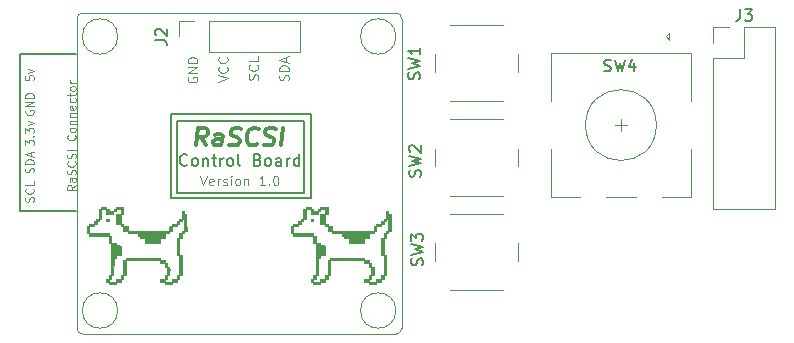
<source format=gto>
G04 #@! TF.GenerationSoftware,KiCad,Pcbnew,(5.1.12)-1*
G04 #@! TF.CreationDate,2021-12-15T14:48:57-06:00*
G04 #@! TF.ProjectId,ctrl_board,6374726c-5f62-46f6-9172-642e6b696361,rev?*
G04 #@! TF.SameCoordinates,Original*
G04 #@! TF.FileFunction,Legend,Top*
G04 #@! TF.FilePolarity,Positive*
%FSLAX46Y46*%
G04 Gerber Fmt 4.6, Leading zero omitted, Abs format (unit mm)*
G04 Created by KiCad (PCBNEW (5.1.12)-1) date 2021-12-15 14:48:57*
%MOMM*%
%LPD*%
G01*
G04 APERTURE LIST*
%ADD10C,0.150000*%
%ADD11C,0.100000*%
%ADD12C,0.350000*%
%ADD13C,0.010000*%
%ADD14C,0.120000*%
%ADD15C,2.000000*%
%ADD16R,1.700000X1.700000*%
%ADD17O,1.700000X1.700000*%
%ADD18R,2.000000X2.000000*%
%ADD19R,2.000000X3.200000*%
%ADD20C,2.700000*%
G04 APERTURE END LIST*
D10*
X200600000Y-116800000D02*
X205400000Y-116800000D01*
X200600000Y-103500000D02*
X200600000Y-116800000D01*
X205400000Y-103500000D02*
X200600000Y-103500000D01*
D11*
X205316666Y-114583333D02*
X204983333Y-114816666D01*
X205316666Y-114983333D02*
X204616666Y-114983333D01*
X204616666Y-114716666D01*
X204650000Y-114650000D01*
X204683333Y-114616666D01*
X204750000Y-114583333D01*
X204850000Y-114583333D01*
X204916666Y-114616666D01*
X204950000Y-114650000D01*
X204983333Y-114716666D01*
X204983333Y-114983333D01*
X205316666Y-113983333D02*
X204950000Y-113983333D01*
X204883333Y-114016666D01*
X204850000Y-114083333D01*
X204850000Y-114216666D01*
X204883333Y-114283333D01*
X205283333Y-113983333D02*
X205316666Y-114050000D01*
X205316666Y-114216666D01*
X205283333Y-114283333D01*
X205216666Y-114316666D01*
X205150000Y-114316666D01*
X205083333Y-114283333D01*
X205050000Y-114216666D01*
X205050000Y-114050000D01*
X205016666Y-113983333D01*
X205283333Y-113683333D02*
X205316666Y-113583333D01*
X205316666Y-113416666D01*
X205283333Y-113350000D01*
X205250000Y-113316666D01*
X205183333Y-113283333D01*
X205116666Y-113283333D01*
X205050000Y-113316666D01*
X205016666Y-113350000D01*
X204983333Y-113416666D01*
X204950000Y-113550000D01*
X204916666Y-113616666D01*
X204883333Y-113650000D01*
X204816666Y-113683333D01*
X204750000Y-113683333D01*
X204683333Y-113650000D01*
X204650000Y-113616666D01*
X204616666Y-113550000D01*
X204616666Y-113383333D01*
X204650000Y-113283333D01*
X205250000Y-112583333D02*
X205283333Y-112616666D01*
X205316666Y-112716666D01*
X205316666Y-112783333D01*
X205283333Y-112883333D01*
X205216666Y-112950000D01*
X205150000Y-112983333D01*
X205016666Y-113016666D01*
X204916666Y-113016666D01*
X204783333Y-112983333D01*
X204716666Y-112950000D01*
X204650000Y-112883333D01*
X204616666Y-112783333D01*
X204616666Y-112716666D01*
X204650000Y-112616666D01*
X204683333Y-112583333D01*
X205283333Y-112316666D02*
X205316666Y-112216666D01*
X205316666Y-112050000D01*
X205283333Y-111983333D01*
X205250000Y-111950000D01*
X205183333Y-111916666D01*
X205116666Y-111916666D01*
X205050000Y-111950000D01*
X205016666Y-111983333D01*
X204983333Y-112050000D01*
X204950000Y-112183333D01*
X204916666Y-112250000D01*
X204883333Y-112283333D01*
X204816666Y-112316666D01*
X204750000Y-112316666D01*
X204683333Y-112283333D01*
X204650000Y-112250000D01*
X204616666Y-112183333D01*
X204616666Y-112016666D01*
X204650000Y-111916666D01*
X205316666Y-111616666D02*
X204616666Y-111616666D01*
X205250000Y-110350000D02*
X205283333Y-110383333D01*
X205316666Y-110483333D01*
X205316666Y-110550000D01*
X205283333Y-110650000D01*
X205216666Y-110716666D01*
X205150000Y-110750000D01*
X205016666Y-110783333D01*
X204916666Y-110783333D01*
X204783333Y-110750000D01*
X204716666Y-110716666D01*
X204650000Y-110650000D01*
X204616666Y-110550000D01*
X204616666Y-110483333D01*
X204650000Y-110383333D01*
X204683333Y-110350000D01*
X205316666Y-109950000D02*
X205283333Y-110016666D01*
X205250000Y-110050000D01*
X205183333Y-110083333D01*
X204983333Y-110083333D01*
X204916666Y-110050000D01*
X204883333Y-110016666D01*
X204850000Y-109950000D01*
X204850000Y-109850000D01*
X204883333Y-109783333D01*
X204916666Y-109750000D01*
X204983333Y-109716666D01*
X205183333Y-109716666D01*
X205250000Y-109750000D01*
X205283333Y-109783333D01*
X205316666Y-109850000D01*
X205316666Y-109950000D01*
X204850000Y-109416666D02*
X205316666Y-109416666D01*
X204916666Y-109416666D02*
X204883333Y-109383333D01*
X204850000Y-109316666D01*
X204850000Y-109216666D01*
X204883333Y-109150000D01*
X204950000Y-109116666D01*
X205316666Y-109116666D01*
X204850000Y-108783333D02*
X205316666Y-108783333D01*
X204916666Y-108783333D02*
X204883333Y-108750000D01*
X204850000Y-108683333D01*
X204850000Y-108583333D01*
X204883333Y-108516666D01*
X204950000Y-108483333D01*
X205316666Y-108483333D01*
X205283333Y-107883333D02*
X205316666Y-107950000D01*
X205316666Y-108083333D01*
X205283333Y-108150000D01*
X205216666Y-108183333D01*
X204950000Y-108183333D01*
X204883333Y-108150000D01*
X204850000Y-108083333D01*
X204850000Y-107950000D01*
X204883333Y-107883333D01*
X204950000Y-107850000D01*
X205016666Y-107850000D01*
X205083333Y-108183333D01*
X205283333Y-107250000D02*
X205316666Y-107316666D01*
X205316666Y-107450000D01*
X205283333Y-107516666D01*
X205250000Y-107550000D01*
X205183333Y-107583333D01*
X204983333Y-107583333D01*
X204916666Y-107550000D01*
X204883333Y-107516666D01*
X204850000Y-107450000D01*
X204850000Y-107316666D01*
X204883333Y-107250000D01*
X204850000Y-107050000D02*
X204850000Y-106783333D01*
X204616666Y-106950000D02*
X205216666Y-106950000D01*
X205283333Y-106916666D01*
X205316666Y-106850000D01*
X205316666Y-106783333D01*
X205316666Y-106450000D02*
X205283333Y-106516666D01*
X205250000Y-106550000D01*
X205183333Y-106583333D01*
X204983333Y-106583333D01*
X204916666Y-106550000D01*
X204883333Y-106516666D01*
X204850000Y-106450000D01*
X204850000Y-106350000D01*
X204883333Y-106283333D01*
X204916666Y-106250000D01*
X204983333Y-106216666D01*
X205183333Y-106216666D01*
X205250000Y-106250000D01*
X205283333Y-106283333D01*
X205316666Y-106350000D01*
X205316666Y-106450000D01*
X205316666Y-105916666D02*
X204850000Y-105916666D01*
X204983333Y-105916666D02*
X204916666Y-105883333D01*
X204883333Y-105850000D01*
X204850000Y-105783333D01*
X204850000Y-105716666D01*
X201743833Y-115971833D02*
X201777166Y-115871833D01*
X201777166Y-115705166D01*
X201743833Y-115638500D01*
X201710500Y-115605166D01*
X201643833Y-115571833D01*
X201577166Y-115571833D01*
X201510500Y-115605166D01*
X201477166Y-115638500D01*
X201443833Y-115705166D01*
X201410500Y-115838500D01*
X201377166Y-115905166D01*
X201343833Y-115938500D01*
X201277166Y-115971833D01*
X201210500Y-115971833D01*
X201143833Y-115938500D01*
X201110500Y-115905166D01*
X201077166Y-115838500D01*
X201077166Y-115671833D01*
X201110500Y-115571833D01*
X201710500Y-114871833D02*
X201743833Y-114905166D01*
X201777166Y-115005166D01*
X201777166Y-115071833D01*
X201743833Y-115171833D01*
X201677166Y-115238500D01*
X201610500Y-115271833D01*
X201477166Y-115305166D01*
X201377166Y-115305166D01*
X201243833Y-115271833D01*
X201177166Y-115238500D01*
X201110500Y-115171833D01*
X201077166Y-115071833D01*
X201077166Y-115005166D01*
X201110500Y-114905166D01*
X201143833Y-114871833D01*
X201777166Y-114238500D02*
X201777166Y-114571833D01*
X201077166Y-114571833D01*
X201743833Y-113512000D02*
X201777166Y-113412000D01*
X201777166Y-113245333D01*
X201743833Y-113178666D01*
X201710500Y-113145333D01*
X201643833Y-113112000D01*
X201577166Y-113112000D01*
X201510500Y-113145333D01*
X201477166Y-113178666D01*
X201443833Y-113245333D01*
X201410500Y-113378666D01*
X201377166Y-113445333D01*
X201343833Y-113478666D01*
X201277166Y-113512000D01*
X201210500Y-113512000D01*
X201143833Y-113478666D01*
X201110500Y-113445333D01*
X201077166Y-113378666D01*
X201077166Y-113212000D01*
X201110500Y-113112000D01*
X201777166Y-112812000D02*
X201077166Y-112812000D01*
X201077166Y-112645333D01*
X201110500Y-112545333D01*
X201177166Y-112478666D01*
X201243833Y-112445333D01*
X201377166Y-112412000D01*
X201477166Y-112412000D01*
X201610500Y-112445333D01*
X201677166Y-112478666D01*
X201743833Y-112545333D01*
X201777166Y-112645333D01*
X201777166Y-112812000D01*
X201577166Y-112145333D02*
X201577166Y-111812000D01*
X201777166Y-112212000D02*
X201077166Y-111978666D01*
X201777166Y-111745333D01*
X201077166Y-111185500D02*
X201077166Y-110752166D01*
X201343833Y-110985500D01*
X201343833Y-110885500D01*
X201377166Y-110818833D01*
X201410500Y-110785500D01*
X201477166Y-110752166D01*
X201643833Y-110752166D01*
X201710500Y-110785500D01*
X201743833Y-110818833D01*
X201777166Y-110885500D01*
X201777166Y-111085500D01*
X201743833Y-111152166D01*
X201710500Y-111185500D01*
X201710500Y-110452166D02*
X201743833Y-110418833D01*
X201777166Y-110452166D01*
X201743833Y-110485500D01*
X201710500Y-110452166D01*
X201777166Y-110452166D01*
X201077166Y-110185500D02*
X201077166Y-109752166D01*
X201343833Y-109985500D01*
X201343833Y-109885500D01*
X201377166Y-109818833D01*
X201410500Y-109785500D01*
X201477166Y-109752166D01*
X201643833Y-109752166D01*
X201710500Y-109785500D01*
X201743833Y-109818833D01*
X201777166Y-109885500D01*
X201777166Y-110085500D01*
X201743833Y-110152166D01*
X201710500Y-110185500D01*
X201310500Y-109518833D02*
X201777166Y-109352166D01*
X201310500Y-109185500D01*
X201110500Y-108242333D02*
X201077166Y-108309000D01*
X201077166Y-108409000D01*
X201110500Y-108509000D01*
X201177166Y-108575666D01*
X201243833Y-108609000D01*
X201377166Y-108642333D01*
X201477166Y-108642333D01*
X201610500Y-108609000D01*
X201677166Y-108575666D01*
X201743833Y-108509000D01*
X201777166Y-108409000D01*
X201777166Y-108342333D01*
X201743833Y-108242333D01*
X201710500Y-108209000D01*
X201477166Y-108209000D01*
X201477166Y-108342333D01*
X201777166Y-107909000D02*
X201077166Y-107909000D01*
X201777166Y-107509000D01*
X201077166Y-107509000D01*
X201777166Y-107175666D02*
X201077166Y-107175666D01*
X201077166Y-107009000D01*
X201110500Y-106909000D01*
X201177166Y-106842333D01*
X201243833Y-106809000D01*
X201377166Y-106775666D01*
X201477166Y-106775666D01*
X201610500Y-106809000D01*
X201677166Y-106842333D01*
X201743833Y-106909000D01*
X201777166Y-107009000D01*
X201777166Y-107175666D01*
X201077166Y-105332500D02*
X201077166Y-105665833D01*
X201410500Y-105699166D01*
X201377166Y-105665833D01*
X201343833Y-105599166D01*
X201343833Y-105432500D01*
X201377166Y-105365833D01*
X201410500Y-105332500D01*
X201477166Y-105299166D01*
X201643833Y-105299166D01*
X201710500Y-105332500D01*
X201743833Y-105365833D01*
X201777166Y-105432500D01*
X201777166Y-105599166D01*
X201743833Y-105665833D01*
X201710500Y-105699166D01*
X201310500Y-105065833D02*
X201777166Y-104899166D01*
X201310500Y-104732500D01*
D10*
X213384500Y-108580500D02*
X213384500Y-115692500D01*
X225259000Y-108580500D02*
X213384500Y-108580500D01*
X225259000Y-115692500D02*
X225259000Y-108580500D01*
X213384500Y-115692500D02*
X225259000Y-115692500D01*
D11*
X215874119Y-113793904D02*
X216140785Y-114593904D01*
X216407452Y-113793904D01*
X216978880Y-114555809D02*
X216902690Y-114593904D01*
X216750309Y-114593904D01*
X216674119Y-114555809D01*
X216636023Y-114479619D01*
X216636023Y-114174857D01*
X216674119Y-114098666D01*
X216750309Y-114060571D01*
X216902690Y-114060571D01*
X216978880Y-114098666D01*
X217016976Y-114174857D01*
X217016976Y-114251047D01*
X216636023Y-114327238D01*
X217359833Y-114593904D02*
X217359833Y-114060571D01*
X217359833Y-114212952D02*
X217397928Y-114136761D01*
X217436023Y-114098666D01*
X217512214Y-114060571D01*
X217588404Y-114060571D01*
X217816976Y-114555809D02*
X217893166Y-114593904D01*
X218045547Y-114593904D01*
X218121738Y-114555809D01*
X218159833Y-114479619D01*
X218159833Y-114441523D01*
X218121738Y-114365333D01*
X218045547Y-114327238D01*
X217931261Y-114327238D01*
X217855071Y-114289142D01*
X217816976Y-114212952D01*
X217816976Y-114174857D01*
X217855071Y-114098666D01*
X217931261Y-114060571D01*
X218045547Y-114060571D01*
X218121738Y-114098666D01*
X218502690Y-114593904D02*
X218502690Y-114060571D01*
X218502690Y-113793904D02*
X218464595Y-113832000D01*
X218502690Y-113870095D01*
X218540785Y-113832000D01*
X218502690Y-113793904D01*
X218502690Y-113870095D01*
X218997928Y-114593904D02*
X218921738Y-114555809D01*
X218883642Y-114517714D01*
X218845547Y-114441523D01*
X218845547Y-114212952D01*
X218883642Y-114136761D01*
X218921738Y-114098666D01*
X218997928Y-114060571D01*
X219112214Y-114060571D01*
X219188404Y-114098666D01*
X219226500Y-114136761D01*
X219264595Y-114212952D01*
X219264595Y-114441523D01*
X219226500Y-114517714D01*
X219188404Y-114555809D01*
X219112214Y-114593904D01*
X218997928Y-114593904D01*
X219607452Y-114060571D02*
X219607452Y-114593904D01*
X219607452Y-114136761D02*
X219645547Y-114098666D01*
X219721738Y-114060571D01*
X219836023Y-114060571D01*
X219912214Y-114098666D01*
X219950309Y-114174857D01*
X219950309Y-114593904D01*
X221359833Y-114593904D02*
X220902690Y-114593904D01*
X221131261Y-114593904D02*
X221131261Y-113793904D01*
X221055071Y-113908190D01*
X220978880Y-113984380D01*
X220902690Y-114022476D01*
X221702690Y-114517714D02*
X221740785Y-114555809D01*
X221702690Y-114593904D01*
X221664595Y-114555809D01*
X221702690Y-114517714D01*
X221702690Y-114593904D01*
X222236023Y-113793904D02*
X222312214Y-113793904D01*
X222388404Y-113832000D01*
X222426500Y-113870095D01*
X222464595Y-113946285D01*
X222502690Y-114098666D01*
X222502690Y-114289142D01*
X222464595Y-114441523D01*
X222426500Y-114517714D01*
X222388404Y-114555809D01*
X222312214Y-114593904D01*
X222236023Y-114593904D01*
X222159833Y-114555809D01*
X222121738Y-114517714D01*
X222083642Y-114441523D01*
X222045547Y-114289142D01*
X222045547Y-114098666D01*
X222083642Y-113946285D01*
X222121738Y-113870095D01*
X222159833Y-113832000D01*
X222236023Y-113793904D01*
D10*
X213890500Y-109152000D02*
X213890500Y-115248000D01*
X224687500Y-109152000D02*
X213892500Y-109152000D01*
X224687500Y-115248000D02*
X224687500Y-109152000D01*
X213892500Y-115248000D02*
X224687500Y-115248000D01*
X214774119Y-112874642D02*
X214726500Y-112922261D01*
X214583642Y-112969880D01*
X214488404Y-112969880D01*
X214345547Y-112922261D01*
X214250309Y-112827023D01*
X214202690Y-112731785D01*
X214155071Y-112541309D01*
X214155071Y-112398452D01*
X214202690Y-112207976D01*
X214250309Y-112112738D01*
X214345547Y-112017500D01*
X214488404Y-111969880D01*
X214583642Y-111969880D01*
X214726500Y-112017500D01*
X214774119Y-112065119D01*
X215345547Y-112969880D02*
X215250309Y-112922261D01*
X215202690Y-112874642D01*
X215155071Y-112779404D01*
X215155071Y-112493690D01*
X215202690Y-112398452D01*
X215250309Y-112350833D01*
X215345547Y-112303214D01*
X215488404Y-112303214D01*
X215583642Y-112350833D01*
X215631261Y-112398452D01*
X215678880Y-112493690D01*
X215678880Y-112779404D01*
X215631261Y-112874642D01*
X215583642Y-112922261D01*
X215488404Y-112969880D01*
X215345547Y-112969880D01*
X216107452Y-112303214D02*
X216107452Y-112969880D01*
X216107452Y-112398452D02*
X216155071Y-112350833D01*
X216250309Y-112303214D01*
X216393166Y-112303214D01*
X216488404Y-112350833D01*
X216536023Y-112446071D01*
X216536023Y-112969880D01*
X216869357Y-112303214D02*
X217250309Y-112303214D01*
X217012214Y-111969880D02*
X217012214Y-112827023D01*
X217059833Y-112922261D01*
X217155071Y-112969880D01*
X217250309Y-112969880D01*
X217583642Y-112969880D02*
X217583642Y-112303214D01*
X217583642Y-112493690D02*
X217631261Y-112398452D01*
X217678880Y-112350833D01*
X217774119Y-112303214D01*
X217869357Y-112303214D01*
X218345547Y-112969880D02*
X218250309Y-112922261D01*
X218202690Y-112874642D01*
X218155071Y-112779404D01*
X218155071Y-112493690D01*
X218202690Y-112398452D01*
X218250309Y-112350833D01*
X218345547Y-112303214D01*
X218488404Y-112303214D01*
X218583642Y-112350833D01*
X218631261Y-112398452D01*
X218678880Y-112493690D01*
X218678880Y-112779404D01*
X218631261Y-112874642D01*
X218583642Y-112922261D01*
X218488404Y-112969880D01*
X218345547Y-112969880D01*
X219250309Y-112969880D02*
X219155071Y-112922261D01*
X219107452Y-112827023D01*
X219107452Y-111969880D01*
X220726500Y-112446071D02*
X220869357Y-112493690D01*
X220916976Y-112541309D01*
X220964595Y-112636547D01*
X220964595Y-112779404D01*
X220916976Y-112874642D01*
X220869357Y-112922261D01*
X220774119Y-112969880D01*
X220393166Y-112969880D01*
X220393166Y-111969880D01*
X220726500Y-111969880D01*
X220821738Y-112017500D01*
X220869357Y-112065119D01*
X220916976Y-112160357D01*
X220916976Y-112255595D01*
X220869357Y-112350833D01*
X220821738Y-112398452D01*
X220726500Y-112446071D01*
X220393166Y-112446071D01*
X221536023Y-112969880D02*
X221440785Y-112922261D01*
X221393166Y-112874642D01*
X221345547Y-112779404D01*
X221345547Y-112493690D01*
X221393166Y-112398452D01*
X221440785Y-112350833D01*
X221536023Y-112303214D01*
X221678880Y-112303214D01*
X221774119Y-112350833D01*
X221821738Y-112398452D01*
X221869357Y-112493690D01*
X221869357Y-112779404D01*
X221821738Y-112874642D01*
X221774119Y-112922261D01*
X221678880Y-112969880D01*
X221536023Y-112969880D01*
X222726500Y-112969880D02*
X222726500Y-112446071D01*
X222678880Y-112350833D01*
X222583642Y-112303214D01*
X222393166Y-112303214D01*
X222297928Y-112350833D01*
X222726500Y-112922261D02*
X222631261Y-112969880D01*
X222393166Y-112969880D01*
X222297928Y-112922261D01*
X222250309Y-112827023D01*
X222250309Y-112731785D01*
X222297928Y-112636547D01*
X222393166Y-112588928D01*
X222631261Y-112588928D01*
X222726500Y-112541309D01*
X223202690Y-112969880D02*
X223202690Y-112303214D01*
X223202690Y-112493690D02*
X223250309Y-112398452D01*
X223297928Y-112350833D01*
X223393166Y-112303214D01*
X223488404Y-112303214D01*
X224250309Y-112969880D02*
X224250309Y-111969880D01*
X224250309Y-112922261D02*
X224155071Y-112969880D01*
X223964595Y-112969880D01*
X223869357Y-112922261D01*
X223821738Y-112874642D01*
X223774119Y-112779404D01*
X223774119Y-112493690D01*
X223821738Y-112398452D01*
X223869357Y-112350833D01*
X223964595Y-112303214D01*
X224155071Y-112303214D01*
X224250309Y-112350833D01*
D12*
X216379866Y-111227571D02*
X215969151Y-110513285D01*
X215522723Y-111227571D02*
X215710223Y-109727571D01*
X216281651Y-109727571D01*
X216415580Y-109799000D01*
X216478080Y-109870428D01*
X216531651Y-110013285D01*
X216504866Y-110227571D01*
X216415580Y-110370428D01*
X216335223Y-110441857D01*
X216183437Y-110513285D01*
X215612008Y-110513285D01*
X217665580Y-111227571D02*
X217763794Y-110441857D01*
X217710223Y-110299000D01*
X217576294Y-110227571D01*
X217290580Y-110227571D01*
X217138794Y-110299000D01*
X217674508Y-111156142D02*
X217522723Y-111227571D01*
X217165580Y-111227571D01*
X217031651Y-111156142D01*
X216978080Y-111013285D01*
X216995937Y-110870428D01*
X217085223Y-110727571D01*
X217237008Y-110656142D01*
X217594151Y-110656142D01*
X217745937Y-110584714D01*
X218317366Y-111156142D02*
X218522723Y-111227571D01*
X218879866Y-111227571D01*
X219031651Y-111156142D01*
X219112008Y-111084714D01*
X219201294Y-110941857D01*
X219219151Y-110799000D01*
X219165580Y-110656142D01*
X219103080Y-110584714D01*
X218969151Y-110513285D01*
X218692366Y-110441857D01*
X218558437Y-110370428D01*
X218495937Y-110299000D01*
X218442366Y-110156142D01*
X218460223Y-110013285D01*
X218549508Y-109870428D01*
X218629866Y-109799000D01*
X218781651Y-109727571D01*
X219138794Y-109727571D01*
X219344151Y-109799000D01*
X220683437Y-111084714D02*
X220603080Y-111156142D01*
X220379866Y-111227571D01*
X220237008Y-111227571D01*
X220031651Y-111156142D01*
X219906651Y-111013285D01*
X219853080Y-110870428D01*
X219817366Y-110584714D01*
X219844151Y-110370428D01*
X219951294Y-110084714D01*
X220040580Y-109941857D01*
X220201294Y-109799000D01*
X220424508Y-109727571D01*
X220567366Y-109727571D01*
X220772723Y-109799000D01*
X220835223Y-109870428D01*
X221245937Y-111156142D02*
X221451294Y-111227571D01*
X221808437Y-111227571D01*
X221960223Y-111156142D01*
X222040580Y-111084714D01*
X222129866Y-110941857D01*
X222147723Y-110799000D01*
X222094151Y-110656142D01*
X222031651Y-110584714D01*
X221897723Y-110513285D01*
X221620937Y-110441857D01*
X221487008Y-110370428D01*
X221424508Y-110299000D01*
X221370937Y-110156142D01*
X221388794Y-110013285D01*
X221478080Y-109870428D01*
X221558437Y-109799000D01*
X221710223Y-109727571D01*
X222067366Y-109727571D01*
X222272723Y-109799000D01*
X222737008Y-111227571D02*
X222924508Y-109727571D01*
D13*
G36*
X225429333Y-117634134D02*
G01*
X225226133Y-117634134D01*
X225226133Y-117430934D01*
X225429333Y-117430934D01*
X225429333Y-117634134D01*
G37*
X225429333Y-117634134D02*
X225226133Y-117634134D01*
X225226133Y-117430934D01*
X225429333Y-117430934D01*
X225429333Y-117634134D01*
G36*
X226462267Y-118040534D02*
G01*
X226462267Y-117855310D01*
X226254833Y-117850555D01*
X226047400Y-117845801D01*
X226042871Y-117426700D01*
X226038342Y-117007601D01*
X226462267Y-117007601D01*
X226462267Y-117854267D01*
X226665467Y-117854267D01*
X226665467Y-118040534D01*
X226462267Y-118040534D01*
G37*
X226462267Y-118040534D02*
X226462267Y-117855310D01*
X226254833Y-117850555D01*
X226047400Y-117845801D01*
X226042871Y-117426700D01*
X226038342Y-117007601D01*
X226462267Y-117007601D01*
X226462267Y-117854267D01*
X226665467Y-117854267D01*
X226665467Y-118040534D01*
X226462267Y-118040534D01*
G36*
X226462267Y-116601201D02*
G01*
X226038933Y-116601201D01*
X226038933Y-116398001D01*
X226665467Y-116398001D01*
X226665467Y-117007601D01*
X226462267Y-117007601D01*
X226462267Y-116601201D01*
G37*
X226462267Y-116601201D02*
X226038933Y-116601201D01*
X226038933Y-116398001D01*
X226665467Y-116398001D01*
X226665467Y-117007601D01*
X226462267Y-117007601D01*
X226462267Y-116601201D01*
G36*
X224193200Y-118040534D02*
G01*
X223769867Y-118040534D01*
X223769867Y-117854267D01*
X224193200Y-117854267D01*
X224193200Y-118040534D01*
G37*
X224193200Y-118040534D02*
X223769867Y-118040534D01*
X223769867Y-117854267D01*
X224193200Y-117854267D01*
X224193200Y-118040534D01*
G36*
X223769867Y-118667067D02*
G01*
X223566667Y-118667067D01*
X223566667Y-118040534D01*
X223769867Y-118040534D01*
X223769867Y-118667067D01*
G37*
X223769867Y-118667067D02*
X223566667Y-118667067D01*
X223566667Y-118040534D01*
X223769867Y-118040534D01*
X223769867Y-118667067D01*
G36*
X225429333Y-118667067D02*
G01*
X225429333Y-118868651D01*
X225535166Y-118873692D01*
X225641000Y-118878734D01*
X225645624Y-119179301D01*
X225650248Y-119479867D01*
X226037317Y-119479867D01*
X226042358Y-119585701D01*
X226047400Y-119691534D01*
X226254833Y-119696288D01*
X226462267Y-119701043D01*
X226462267Y-120512800D01*
X226038933Y-120512800D01*
X226038933Y-120716001D01*
X225836097Y-120716001D01*
X225827267Y-122163801D01*
X225738367Y-122168919D01*
X225649466Y-122174037D01*
X225649466Y-122561734D01*
X225429333Y-122561734D01*
X225429333Y-122172267D01*
X225649466Y-122172267D01*
X225649466Y-119481483D01*
X225437800Y-119471401D01*
X225428552Y-118870267D01*
X223769867Y-118870267D01*
X223769867Y-118667067D01*
X225429333Y-118667067D01*
G37*
X225429333Y-118667067D02*
X225429333Y-118868651D01*
X225535166Y-118873692D01*
X225641000Y-118878734D01*
X225645624Y-119179301D01*
X225650248Y-119479867D01*
X226037317Y-119479867D01*
X226042358Y-119585701D01*
X226047400Y-119691534D01*
X226254833Y-119696288D01*
X226462267Y-119701043D01*
X226462267Y-120512800D01*
X226038933Y-120512800D01*
X226038933Y-120716001D01*
X225836097Y-120716001D01*
X225827267Y-122163801D01*
X225738367Y-122168919D01*
X225649466Y-122174037D01*
X225649466Y-122561734D01*
X225429333Y-122561734D01*
X225429333Y-122172267D01*
X225649466Y-122172267D01*
X225649466Y-119481483D01*
X225437800Y-119471401D01*
X225428552Y-118870267D01*
X223769867Y-118870267D01*
X223769867Y-118667067D01*
X225429333Y-118667067D01*
G36*
X225429333Y-122764934D02*
G01*
X225226133Y-122764934D01*
X225226133Y-122561734D01*
X225429333Y-122561734D01*
X225429333Y-122764934D01*
G37*
X225429333Y-122764934D02*
X225226133Y-122764934D01*
X225226133Y-122561734D01*
X225429333Y-122561734D01*
X225429333Y-122764934D01*
G36*
X226038933Y-122764934D02*
G01*
X226038933Y-122561734D01*
X226462267Y-122561734D01*
X226462267Y-122764934D01*
X226040549Y-122764934D01*
X226030467Y-122976600D01*
X225741575Y-122981220D01*
X225645887Y-122982087D01*
X225562196Y-122981587D01*
X225496287Y-122979857D01*
X225453945Y-122977033D01*
X225441008Y-122974164D01*
X225434702Y-122952101D01*
X225430463Y-122907102D01*
X225429333Y-122863712D01*
X225429333Y-122764934D01*
X226038933Y-122764934D01*
G37*
X226038933Y-122764934D02*
X226038933Y-122561734D01*
X226462267Y-122561734D01*
X226462267Y-122764934D01*
X226040549Y-122764934D01*
X226030467Y-122976600D01*
X225741575Y-122981220D01*
X225645887Y-122982087D01*
X225562196Y-122981587D01*
X225496287Y-122979857D01*
X225453945Y-122977033D01*
X225441008Y-122974164D01*
X225434702Y-122952101D01*
X225430463Y-122907102D01*
X225429333Y-122863712D01*
X225429333Y-122764934D01*
X226038933Y-122764934D01*
G36*
X226462267Y-122172267D02*
G01*
X226665467Y-122172267D01*
X226665467Y-122561734D01*
X226462267Y-122561734D01*
X226462267Y-122172267D01*
G37*
X226462267Y-122172267D02*
X226665467Y-122172267D01*
X226665467Y-122561734D01*
X226462267Y-122561734D01*
X226462267Y-122172267D01*
G36*
X226665467Y-120919201D02*
G01*
X226866976Y-120919201D01*
X226872055Y-120821834D01*
X226877133Y-120724467D01*
X229747333Y-120715809D01*
X229747333Y-120918158D01*
X229954767Y-120922913D01*
X230162200Y-120927667D01*
X230167241Y-121033501D01*
X230172283Y-121139334D01*
X230356933Y-121139334D01*
X230356933Y-121528801D01*
X230170666Y-121528801D01*
X230170666Y-121139334D01*
X229747333Y-121139334D01*
X229747333Y-120919201D01*
X226868666Y-120919201D01*
X226868666Y-122172267D01*
X226665467Y-122172267D01*
X226665467Y-120919201D01*
G37*
X226665467Y-120919201D02*
X226866976Y-120919201D01*
X226872055Y-120821834D01*
X226877133Y-120724467D01*
X229747333Y-120715809D01*
X229747333Y-120918158D01*
X229954767Y-120922913D01*
X230162200Y-120927667D01*
X230167241Y-121033501D01*
X230172283Y-121139334D01*
X230356933Y-121139334D01*
X230356933Y-121528801D01*
X230170666Y-121528801D01*
X230170666Y-121139334D01*
X229747333Y-121139334D01*
X229747333Y-120919201D01*
X226868666Y-120919201D01*
X226868666Y-122172267D01*
X226665467Y-122172267D01*
X226665467Y-120919201D01*
G36*
X227071866Y-118040534D02*
G01*
X227071866Y-118446934D01*
X226665467Y-118446934D01*
X226665467Y-118040534D01*
X227071866Y-118040534D01*
G37*
X227071866Y-118040534D02*
X227071866Y-118446934D01*
X226665467Y-118446934D01*
X226665467Y-118040534D01*
X227071866Y-118040534D01*
G36*
X231796266Y-118667067D02*
G01*
X231593066Y-118667067D01*
X231593066Y-118446934D01*
X231796266Y-118446934D01*
X231796266Y-118667067D01*
G37*
X231796266Y-118667067D02*
X231593066Y-118667067D01*
X231593066Y-118446934D01*
X231796266Y-118446934D01*
X231796266Y-118667067D01*
G36*
X231593066Y-119056534D02*
G01*
X231406800Y-119056534D01*
X231406800Y-118667067D01*
X231593066Y-118667067D01*
X231593066Y-119056534D01*
G37*
X231593066Y-119056534D02*
X231406800Y-119056534D01*
X231406800Y-118667067D01*
X231593066Y-118667067D01*
X231593066Y-119056534D01*
G36*
X231406800Y-120512800D02*
G01*
X231203600Y-120512800D01*
X231203600Y-119056534D01*
X231406800Y-119056534D01*
X231406800Y-120512800D01*
G37*
X231406800Y-120512800D02*
X231203600Y-120512800D01*
X231203600Y-119056534D01*
X231406800Y-119056534D01*
X231406800Y-120512800D01*
G36*
X231593066Y-120512800D02*
G01*
X231593066Y-122172267D01*
X231406800Y-122172267D01*
X231406800Y-120512800D01*
X231593066Y-120512800D01*
G37*
X231593066Y-120512800D02*
X231593066Y-122172267D01*
X231406800Y-122172267D01*
X231406800Y-120512800D01*
X231593066Y-120512800D01*
G36*
X231406800Y-122561734D02*
G01*
X231203600Y-122561734D01*
X231203600Y-122172267D01*
X231406800Y-122172267D01*
X231406800Y-122561734D01*
G37*
X231406800Y-122561734D02*
X231203600Y-122561734D01*
X231203600Y-122172267D01*
X231406800Y-122172267D01*
X231406800Y-122561734D01*
G36*
X231203600Y-122764934D02*
G01*
X230781883Y-122764934D01*
X230776841Y-122870767D01*
X230771800Y-122976600D01*
X230179133Y-122976600D01*
X230174092Y-122870767D01*
X230169050Y-122764934D01*
X229747333Y-122764934D01*
X229747333Y-122561734D01*
X230170666Y-122561734D01*
X230170666Y-122764934D01*
X230780266Y-122764934D01*
X230780266Y-122561734D01*
X231203600Y-122561734D01*
X231203600Y-122764934D01*
G37*
X231203600Y-122764934D02*
X230781883Y-122764934D01*
X230776841Y-122870767D01*
X230771800Y-122976600D01*
X230179133Y-122976600D01*
X230174092Y-122870767D01*
X230169050Y-122764934D01*
X229747333Y-122764934D01*
X229747333Y-122561734D01*
X230170666Y-122561734D01*
X230170666Y-122764934D01*
X230780266Y-122764934D01*
X230780266Y-122561734D01*
X231203600Y-122561734D01*
X231203600Y-122764934D01*
G36*
X230170666Y-122172267D02*
G01*
X230356933Y-122172267D01*
X230356933Y-121528801D01*
X230445833Y-121529060D01*
X230500604Y-121531687D01*
X230542756Y-121538114D01*
X230556303Y-121543008D01*
X230564365Y-121556604D01*
X230569937Y-121587999D01*
X230573218Y-121640950D01*
X230574409Y-121719218D01*
X230573711Y-121826561D01*
X230573236Y-121860249D01*
X230568600Y-122163801D01*
X230462766Y-122168842D01*
X230356933Y-122173883D01*
X230356933Y-122561734D01*
X230170666Y-122561734D01*
X230170666Y-122172267D01*
G37*
X230170666Y-122172267D02*
X230356933Y-122172267D01*
X230356933Y-121528801D01*
X230445833Y-121529060D01*
X230500604Y-121531687D01*
X230542756Y-121538114D01*
X230556303Y-121543008D01*
X230564365Y-121556604D01*
X230569937Y-121587999D01*
X230573218Y-121640950D01*
X230574409Y-121719218D01*
X230573711Y-121826561D01*
X230573236Y-121860249D01*
X230568600Y-122163801D01*
X230462766Y-122168842D01*
X230356933Y-122173883D01*
X230356933Y-122561734D01*
X230170666Y-122561734D01*
X230170666Y-122172267D01*
G36*
X224193200Y-117634134D02*
G01*
X224404866Y-117634196D01*
X224393392Y-117430934D01*
X224616533Y-117430934D01*
X224616533Y-116601201D01*
X224802800Y-116601201D01*
X224802800Y-116398001D01*
X225226133Y-116398001D01*
X225226133Y-116601201D01*
X224803402Y-116601201D01*
X224798868Y-117011834D01*
X224794333Y-117422467D01*
X224705433Y-117427585D01*
X224616533Y-117432704D01*
X224616533Y-117632518D01*
X224510700Y-117637559D01*
X224404866Y-117642601D01*
X224394784Y-117854267D01*
X224193200Y-117854267D01*
X224193200Y-117634134D01*
G37*
X224193200Y-117634134D02*
X224404866Y-117634196D01*
X224393392Y-117430934D01*
X224616533Y-117430934D01*
X224616533Y-116601201D01*
X224802800Y-116601201D01*
X224802800Y-116398001D01*
X225226133Y-116398001D01*
X225226133Y-116601201D01*
X224803402Y-116601201D01*
X224798868Y-117011834D01*
X224794333Y-117422467D01*
X224705433Y-117427585D01*
X224616533Y-117432704D01*
X224616533Y-117632518D01*
X224510700Y-117637559D01*
X224404866Y-117642601D01*
X224394784Y-117854267D01*
X224193200Y-117854267D01*
X224193200Y-117634134D01*
G36*
X226038933Y-116787467D02*
G01*
X225837349Y-116787467D01*
X225832308Y-116893300D01*
X225827267Y-116999134D01*
X225226133Y-117008382D01*
X225226133Y-116601201D01*
X225429333Y-116601201D01*
X225429333Y-116787467D01*
X225835733Y-116787467D01*
X225835733Y-116601201D01*
X226038933Y-116601201D01*
X226038933Y-116787467D01*
G37*
X226038933Y-116787467D02*
X225837349Y-116787467D01*
X225832308Y-116893300D01*
X225827267Y-116999134D01*
X225226133Y-117008382D01*
X225226133Y-116601201D01*
X225429333Y-116601201D01*
X225429333Y-116787467D01*
X225835733Y-116787467D01*
X225835733Y-116601201D01*
X226038933Y-116601201D01*
X226038933Y-116787467D01*
G36*
X231796266Y-117430934D02*
G01*
X231593066Y-117430934D01*
X231593066Y-117634134D01*
X231408416Y-117634134D01*
X231403375Y-117739967D01*
X231398333Y-117845801D01*
X231301823Y-117850853D01*
X231205313Y-117855906D01*
X231200223Y-117943987D01*
X231195133Y-118032067D01*
X230987700Y-118036822D01*
X230780266Y-118041576D01*
X230780266Y-118446934D01*
X230568600Y-118446872D01*
X230568600Y-118658601D01*
X230369633Y-118663371D01*
X230170666Y-118668142D01*
X230170666Y-119055491D01*
X229755800Y-119065001D01*
X229751045Y-119272434D01*
X229746291Y-119479867D01*
X228511200Y-119479867D01*
X228511200Y-119056534D01*
X228087867Y-119056534D01*
X228087867Y-118870267D01*
X227901600Y-118870267D01*
X227901600Y-118667067D01*
X227071866Y-118667067D01*
X227071866Y-118447092D01*
X228820233Y-118442780D01*
X230568600Y-118438467D01*
X230573371Y-118239500D01*
X230578141Y-118040534D01*
X230780266Y-118040534D01*
X230780266Y-117854267D01*
X231203600Y-117854267D01*
X231203600Y-117634134D01*
X231406800Y-117634134D01*
X231406800Y-117430934D01*
X231592319Y-117430934D01*
X231601533Y-116795934D01*
X231698071Y-116790880D01*
X231794608Y-116785827D01*
X231799671Y-116892480D01*
X231804733Y-116999134D01*
X231906333Y-117007601D01*
X232007933Y-117016067D01*
X232012350Y-117731501D01*
X232016767Y-118446934D01*
X231796266Y-118446934D01*
X231796266Y-117430934D01*
G37*
X231796266Y-117430934D02*
X231593066Y-117430934D01*
X231593066Y-117634134D01*
X231408416Y-117634134D01*
X231403375Y-117739967D01*
X231398333Y-117845801D01*
X231301823Y-117850853D01*
X231205313Y-117855906D01*
X231200223Y-117943987D01*
X231195133Y-118032067D01*
X230987700Y-118036822D01*
X230780266Y-118041576D01*
X230780266Y-118446934D01*
X230568600Y-118446872D01*
X230568600Y-118658601D01*
X230369633Y-118663371D01*
X230170666Y-118668142D01*
X230170666Y-119055491D01*
X229755800Y-119065001D01*
X229751045Y-119272434D01*
X229746291Y-119479867D01*
X228511200Y-119479867D01*
X228511200Y-119056534D01*
X228087867Y-119056534D01*
X228087867Y-118870267D01*
X227901600Y-118870267D01*
X227901600Y-118667067D01*
X227071866Y-118667067D01*
X227071866Y-118447092D01*
X228820233Y-118442780D01*
X230568600Y-118438467D01*
X230573371Y-118239500D01*
X230578141Y-118040534D01*
X230780266Y-118040534D01*
X230780266Y-117854267D01*
X231203600Y-117854267D01*
X231203600Y-117634134D01*
X231406800Y-117634134D01*
X231406800Y-117430934D01*
X231592319Y-117430934D01*
X231601533Y-116795934D01*
X231698071Y-116790880D01*
X231794608Y-116785827D01*
X231799671Y-116892480D01*
X231804733Y-116999134D01*
X231906333Y-117007601D01*
X232007933Y-117016067D01*
X232012350Y-117731501D01*
X232016767Y-118446934D01*
X231796266Y-118446934D01*
X231796266Y-117430934D01*
G36*
X208129333Y-117634134D02*
G01*
X207926133Y-117634134D01*
X207926133Y-117430934D01*
X208129333Y-117430934D01*
X208129333Y-117634134D01*
G37*
X208129333Y-117634134D02*
X207926133Y-117634134D01*
X207926133Y-117430934D01*
X208129333Y-117430934D01*
X208129333Y-117634134D01*
G36*
X209162267Y-118040534D02*
G01*
X209162267Y-117855310D01*
X208954833Y-117850555D01*
X208747400Y-117845801D01*
X208742871Y-117426700D01*
X208738342Y-117007601D01*
X209162267Y-117007601D01*
X209162267Y-117854267D01*
X209365467Y-117854267D01*
X209365467Y-118040534D01*
X209162267Y-118040534D01*
G37*
X209162267Y-118040534D02*
X209162267Y-117855310D01*
X208954833Y-117850555D01*
X208747400Y-117845801D01*
X208742871Y-117426700D01*
X208738342Y-117007601D01*
X209162267Y-117007601D01*
X209162267Y-117854267D01*
X209365467Y-117854267D01*
X209365467Y-118040534D01*
X209162267Y-118040534D01*
G36*
X209162267Y-116601201D02*
G01*
X208738933Y-116601201D01*
X208738933Y-116398001D01*
X209365467Y-116398001D01*
X209365467Y-117007601D01*
X209162267Y-117007601D01*
X209162267Y-116601201D01*
G37*
X209162267Y-116601201D02*
X208738933Y-116601201D01*
X208738933Y-116398001D01*
X209365467Y-116398001D01*
X209365467Y-117007601D01*
X209162267Y-117007601D01*
X209162267Y-116601201D01*
G36*
X206893200Y-118040534D02*
G01*
X206469867Y-118040534D01*
X206469867Y-117854267D01*
X206893200Y-117854267D01*
X206893200Y-118040534D01*
G37*
X206893200Y-118040534D02*
X206469867Y-118040534D01*
X206469867Y-117854267D01*
X206893200Y-117854267D01*
X206893200Y-118040534D01*
G36*
X206469867Y-118667067D02*
G01*
X206266667Y-118667067D01*
X206266667Y-118040534D01*
X206469867Y-118040534D01*
X206469867Y-118667067D01*
G37*
X206469867Y-118667067D02*
X206266667Y-118667067D01*
X206266667Y-118040534D01*
X206469867Y-118040534D01*
X206469867Y-118667067D01*
G36*
X208129333Y-118667067D02*
G01*
X208129333Y-118868651D01*
X208235166Y-118873692D01*
X208341000Y-118878734D01*
X208345624Y-119179301D01*
X208350248Y-119479867D01*
X208737317Y-119479867D01*
X208742358Y-119585701D01*
X208747400Y-119691534D01*
X208954833Y-119696288D01*
X209162267Y-119701043D01*
X209162267Y-120512800D01*
X208738933Y-120512800D01*
X208738933Y-120716001D01*
X208536097Y-120716001D01*
X208527267Y-122163801D01*
X208438367Y-122168919D01*
X208349466Y-122174037D01*
X208349466Y-122561734D01*
X208129333Y-122561734D01*
X208129333Y-122172267D01*
X208349466Y-122172267D01*
X208349466Y-119481483D01*
X208137800Y-119471401D01*
X208128552Y-118870267D01*
X206469867Y-118870267D01*
X206469867Y-118667067D01*
X208129333Y-118667067D01*
G37*
X208129333Y-118667067D02*
X208129333Y-118868651D01*
X208235166Y-118873692D01*
X208341000Y-118878734D01*
X208345624Y-119179301D01*
X208350248Y-119479867D01*
X208737317Y-119479867D01*
X208742358Y-119585701D01*
X208747400Y-119691534D01*
X208954833Y-119696288D01*
X209162267Y-119701043D01*
X209162267Y-120512800D01*
X208738933Y-120512800D01*
X208738933Y-120716001D01*
X208536097Y-120716001D01*
X208527267Y-122163801D01*
X208438367Y-122168919D01*
X208349466Y-122174037D01*
X208349466Y-122561734D01*
X208129333Y-122561734D01*
X208129333Y-122172267D01*
X208349466Y-122172267D01*
X208349466Y-119481483D01*
X208137800Y-119471401D01*
X208128552Y-118870267D01*
X206469867Y-118870267D01*
X206469867Y-118667067D01*
X208129333Y-118667067D01*
G36*
X208129333Y-122764934D02*
G01*
X207926133Y-122764934D01*
X207926133Y-122561734D01*
X208129333Y-122561734D01*
X208129333Y-122764934D01*
G37*
X208129333Y-122764934D02*
X207926133Y-122764934D01*
X207926133Y-122561734D01*
X208129333Y-122561734D01*
X208129333Y-122764934D01*
G36*
X208738933Y-122764934D02*
G01*
X208738933Y-122561734D01*
X209162267Y-122561734D01*
X209162267Y-122764934D01*
X208740549Y-122764934D01*
X208730467Y-122976600D01*
X208441575Y-122981220D01*
X208345887Y-122982087D01*
X208262196Y-122981587D01*
X208196287Y-122979857D01*
X208153945Y-122977033D01*
X208141008Y-122974164D01*
X208134702Y-122952101D01*
X208130463Y-122907102D01*
X208129333Y-122863712D01*
X208129333Y-122764934D01*
X208738933Y-122764934D01*
G37*
X208738933Y-122764934D02*
X208738933Y-122561734D01*
X209162267Y-122561734D01*
X209162267Y-122764934D01*
X208740549Y-122764934D01*
X208730467Y-122976600D01*
X208441575Y-122981220D01*
X208345887Y-122982087D01*
X208262196Y-122981587D01*
X208196287Y-122979857D01*
X208153945Y-122977033D01*
X208141008Y-122974164D01*
X208134702Y-122952101D01*
X208130463Y-122907102D01*
X208129333Y-122863712D01*
X208129333Y-122764934D01*
X208738933Y-122764934D01*
G36*
X209162267Y-122172267D02*
G01*
X209365467Y-122172267D01*
X209365467Y-122561734D01*
X209162267Y-122561734D01*
X209162267Y-122172267D01*
G37*
X209162267Y-122172267D02*
X209365467Y-122172267D01*
X209365467Y-122561734D01*
X209162267Y-122561734D01*
X209162267Y-122172267D01*
G36*
X209365467Y-120919201D02*
G01*
X209566976Y-120919201D01*
X209572055Y-120821834D01*
X209577133Y-120724467D01*
X212447333Y-120715809D01*
X212447333Y-120918158D01*
X212654767Y-120922913D01*
X212862200Y-120927667D01*
X212867241Y-121033501D01*
X212872283Y-121139334D01*
X213056933Y-121139334D01*
X213056933Y-121528801D01*
X212870666Y-121528801D01*
X212870666Y-121139334D01*
X212447333Y-121139334D01*
X212447333Y-120919201D01*
X209568666Y-120919201D01*
X209568666Y-122172267D01*
X209365467Y-122172267D01*
X209365467Y-120919201D01*
G37*
X209365467Y-120919201D02*
X209566976Y-120919201D01*
X209572055Y-120821834D01*
X209577133Y-120724467D01*
X212447333Y-120715809D01*
X212447333Y-120918158D01*
X212654767Y-120922913D01*
X212862200Y-120927667D01*
X212867241Y-121033501D01*
X212872283Y-121139334D01*
X213056933Y-121139334D01*
X213056933Y-121528801D01*
X212870666Y-121528801D01*
X212870666Y-121139334D01*
X212447333Y-121139334D01*
X212447333Y-120919201D01*
X209568666Y-120919201D01*
X209568666Y-122172267D01*
X209365467Y-122172267D01*
X209365467Y-120919201D01*
G36*
X209771866Y-118040534D02*
G01*
X209771866Y-118446934D01*
X209365467Y-118446934D01*
X209365467Y-118040534D01*
X209771866Y-118040534D01*
G37*
X209771866Y-118040534D02*
X209771866Y-118446934D01*
X209365467Y-118446934D01*
X209365467Y-118040534D01*
X209771866Y-118040534D01*
G36*
X214496266Y-118667067D02*
G01*
X214293066Y-118667067D01*
X214293066Y-118446934D01*
X214496266Y-118446934D01*
X214496266Y-118667067D01*
G37*
X214496266Y-118667067D02*
X214293066Y-118667067D01*
X214293066Y-118446934D01*
X214496266Y-118446934D01*
X214496266Y-118667067D01*
G36*
X214293066Y-119056534D02*
G01*
X214106800Y-119056534D01*
X214106800Y-118667067D01*
X214293066Y-118667067D01*
X214293066Y-119056534D01*
G37*
X214293066Y-119056534D02*
X214106800Y-119056534D01*
X214106800Y-118667067D01*
X214293066Y-118667067D01*
X214293066Y-119056534D01*
G36*
X214106800Y-120512800D02*
G01*
X213903600Y-120512800D01*
X213903600Y-119056534D01*
X214106800Y-119056534D01*
X214106800Y-120512800D01*
G37*
X214106800Y-120512800D02*
X213903600Y-120512800D01*
X213903600Y-119056534D01*
X214106800Y-119056534D01*
X214106800Y-120512800D01*
G36*
X214293066Y-120512800D02*
G01*
X214293066Y-122172267D01*
X214106800Y-122172267D01*
X214106800Y-120512800D01*
X214293066Y-120512800D01*
G37*
X214293066Y-120512800D02*
X214293066Y-122172267D01*
X214106800Y-122172267D01*
X214106800Y-120512800D01*
X214293066Y-120512800D01*
G36*
X214106800Y-122561734D02*
G01*
X213903600Y-122561734D01*
X213903600Y-122172267D01*
X214106800Y-122172267D01*
X214106800Y-122561734D01*
G37*
X214106800Y-122561734D02*
X213903600Y-122561734D01*
X213903600Y-122172267D01*
X214106800Y-122172267D01*
X214106800Y-122561734D01*
G36*
X213903600Y-122764934D02*
G01*
X213481883Y-122764934D01*
X213476841Y-122870767D01*
X213471800Y-122976600D01*
X212879133Y-122976600D01*
X212874092Y-122870767D01*
X212869050Y-122764934D01*
X212447333Y-122764934D01*
X212447333Y-122561734D01*
X212870666Y-122561734D01*
X212870666Y-122764934D01*
X213480266Y-122764934D01*
X213480266Y-122561734D01*
X213903600Y-122561734D01*
X213903600Y-122764934D01*
G37*
X213903600Y-122764934D02*
X213481883Y-122764934D01*
X213476841Y-122870767D01*
X213471800Y-122976600D01*
X212879133Y-122976600D01*
X212874092Y-122870767D01*
X212869050Y-122764934D01*
X212447333Y-122764934D01*
X212447333Y-122561734D01*
X212870666Y-122561734D01*
X212870666Y-122764934D01*
X213480266Y-122764934D01*
X213480266Y-122561734D01*
X213903600Y-122561734D01*
X213903600Y-122764934D01*
G36*
X212870666Y-122172267D02*
G01*
X213056933Y-122172267D01*
X213056933Y-121528801D01*
X213145833Y-121529060D01*
X213200604Y-121531687D01*
X213242756Y-121538114D01*
X213256303Y-121543008D01*
X213264365Y-121556604D01*
X213269937Y-121587999D01*
X213273218Y-121640950D01*
X213274409Y-121719218D01*
X213273711Y-121826561D01*
X213273236Y-121860249D01*
X213268600Y-122163801D01*
X213162766Y-122168842D01*
X213056933Y-122173883D01*
X213056933Y-122561734D01*
X212870666Y-122561734D01*
X212870666Y-122172267D01*
G37*
X212870666Y-122172267D02*
X213056933Y-122172267D01*
X213056933Y-121528801D01*
X213145833Y-121529060D01*
X213200604Y-121531687D01*
X213242756Y-121538114D01*
X213256303Y-121543008D01*
X213264365Y-121556604D01*
X213269937Y-121587999D01*
X213273218Y-121640950D01*
X213274409Y-121719218D01*
X213273711Y-121826561D01*
X213273236Y-121860249D01*
X213268600Y-122163801D01*
X213162766Y-122168842D01*
X213056933Y-122173883D01*
X213056933Y-122561734D01*
X212870666Y-122561734D01*
X212870666Y-122172267D01*
G36*
X206893200Y-117634134D02*
G01*
X207104866Y-117634196D01*
X207093392Y-117430934D01*
X207316533Y-117430934D01*
X207316533Y-116601201D01*
X207502800Y-116601201D01*
X207502800Y-116398001D01*
X207926133Y-116398001D01*
X207926133Y-116601201D01*
X207503402Y-116601201D01*
X207498868Y-117011834D01*
X207494333Y-117422467D01*
X207405433Y-117427585D01*
X207316533Y-117432704D01*
X207316533Y-117632518D01*
X207210700Y-117637559D01*
X207104866Y-117642601D01*
X207094784Y-117854267D01*
X206893200Y-117854267D01*
X206893200Y-117634134D01*
G37*
X206893200Y-117634134D02*
X207104866Y-117634196D01*
X207093392Y-117430934D01*
X207316533Y-117430934D01*
X207316533Y-116601201D01*
X207502800Y-116601201D01*
X207502800Y-116398001D01*
X207926133Y-116398001D01*
X207926133Y-116601201D01*
X207503402Y-116601201D01*
X207498868Y-117011834D01*
X207494333Y-117422467D01*
X207405433Y-117427585D01*
X207316533Y-117432704D01*
X207316533Y-117632518D01*
X207210700Y-117637559D01*
X207104866Y-117642601D01*
X207094784Y-117854267D01*
X206893200Y-117854267D01*
X206893200Y-117634134D01*
G36*
X208738933Y-116787467D02*
G01*
X208537349Y-116787467D01*
X208532308Y-116893300D01*
X208527267Y-116999134D01*
X207926133Y-117008382D01*
X207926133Y-116601201D01*
X208129333Y-116601201D01*
X208129333Y-116787467D01*
X208535733Y-116787467D01*
X208535733Y-116601201D01*
X208738933Y-116601201D01*
X208738933Y-116787467D01*
G37*
X208738933Y-116787467D02*
X208537349Y-116787467D01*
X208532308Y-116893300D01*
X208527267Y-116999134D01*
X207926133Y-117008382D01*
X207926133Y-116601201D01*
X208129333Y-116601201D01*
X208129333Y-116787467D01*
X208535733Y-116787467D01*
X208535733Y-116601201D01*
X208738933Y-116601201D01*
X208738933Y-116787467D01*
G36*
X214496266Y-117430934D02*
G01*
X214293066Y-117430934D01*
X214293066Y-117634134D01*
X214108416Y-117634134D01*
X214103375Y-117739967D01*
X214098333Y-117845801D01*
X214001823Y-117850853D01*
X213905313Y-117855906D01*
X213900223Y-117943987D01*
X213895133Y-118032067D01*
X213687700Y-118036822D01*
X213480266Y-118041576D01*
X213480266Y-118446934D01*
X213268600Y-118446872D01*
X213268600Y-118658601D01*
X213069633Y-118663371D01*
X212870666Y-118668142D01*
X212870666Y-119055491D01*
X212455800Y-119065001D01*
X212451045Y-119272434D01*
X212446291Y-119479867D01*
X211211200Y-119479867D01*
X211211200Y-119056534D01*
X210787867Y-119056534D01*
X210787867Y-118870267D01*
X210601600Y-118870267D01*
X210601600Y-118667067D01*
X209771866Y-118667067D01*
X209771866Y-118447092D01*
X211520233Y-118442780D01*
X213268600Y-118438467D01*
X213273371Y-118239500D01*
X213278141Y-118040534D01*
X213480266Y-118040534D01*
X213480266Y-117854267D01*
X213903600Y-117854267D01*
X213903600Y-117634134D01*
X214106800Y-117634134D01*
X214106800Y-117430934D01*
X214292319Y-117430934D01*
X214301533Y-116795934D01*
X214398071Y-116790880D01*
X214494608Y-116785827D01*
X214499671Y-116892480D01*
X214504733Y-116999134D01*
X214606333Y-117007601D01*
X214707933Y-117016067D01*
X214712350Y-117731501D01*
X214716767Y-118446934D01*
X214496266Y-118446934D01*
X214496266Y-117430934D01*
G37*
X214496266Y-117430934D02*
X214293066Y-117430934D01*
X214293066Y-117634134D01*
X214108416Y-117634134D01*
X214103375Y-117739967D01*
X214098333Y-117845801D01*
X214001823Y-117850853D01*
X213905313Y-117855906D01*
X213900223Y-117943987D01*
X213895133Y-118032067D01*
X213687700Y-118036822D01*
X213480266Y-118041576D01*
X213480266Y-118446934D01*
X213268600Y-118446872D01*
X213268600Y-118658601D01*
X213069633Y-118663371D01*
X212870666Y-118668142D01*
X212870666Y-119055491D01*
X212455800Y-119065001D01*
X212451045Y-119272434D01*
X212446291Y-119479867D01*
X211211200Y-119479867D01*
X211211200Y-119056534D01*
X210787867Y-119056534D01*
X210787867Y-118870267D01*
X210601600Y-118870267D01*
X210601600Y-118667067D01*
X209771866Y-118667067D01*
X209771866Y-118447092D01*
X211520233Y-118442780D01*
X213268600Y-118438467D01*
X213273371Y-118239500D01*
X213278141Y-118040534D01*
X213480266Y-118040534D01*
X213480266Y-117854267D01*
X213903600Y-117854267D01*
X213903600Y-117634134D01*
X214106800Y-117634134D01*
X214106800Y-117430934D01*
X214292319Y-117430934D01*
X214301533Y-116795934D01*
X214398071Y-116790880D01*
X214494608Y-116785827D01*
X214499671Y-116892480D01*
X214504733Y-116999134D01*
X214606333Y-117007601D01*
X214707933Y-117016067D01*
X214712350Y-117731501D01*
X214716767Y-118446934D01*
X214496266Y-118446934D01*
X214496266Y-117430934D01*
D14*
X208890000Y-102000000D02*
G75*
G03*
X208890000Y-102000000I-1500000J0D01*
G01*
X208890000Y-125200000D02*
G75*
G03*
X208890000Y-125200000I-1500000J0D01*
G01*
X232440000Y-125200000D02*
G75*
G03*
X232440000Y-125200000I-1500000J0D01*
G01*
X232440000Y-102000000D02*
G75*
G03*
X232440000Y-102000000I-1500000J0D01*
G01*
X205440000Y-126700000D02*
X205440000Y-100476000D01*
X232461500Y-127200000D02*
X205940000Y-127200000D01*
X232940000Y-100500000D02*
X232940000Y-126701500D01*
X232461500Y-100000000D02*
X205940000Y-100000000D01*
X214050000Y-102000000D02*
X214050000Y-100670000D01*
X214050000Y-100670000D02*
X215380000Y-100670000D01*
X216650000Y-100670000D02*
X224330000Y-100670000D01*
X224330000Y-103330000D02*
X224330000Y-100670000D01*
X216650000Y-103330000D02*
X224330000Y-103330000D01*
X216650000Y-103330000D02*
X216650000Y-100670000D01*
X205440000Y-100500000D02*
G75*
G02*
X205940000Y-100000000I500000J0D01*
G01*
X232440000Y-100000000D02*
G75*
G02*
X232940000Y-100500000I0J-500000D01*
G01*
X232940000Y-126700000D02*
G75*
G02*
X232440000Y-127200000I-500000J0D01*
G01*
X205940000Y-127200000D02*
G75*
G02*
X205440000Y-126700000I0J500000D01*
G01*
X259312500Y-101235500D02*
X260642500Y-101235500D01*
X259312500Y-102565500D02*
X259312500Y-101235500D01*
X261912500Y-101235500D02*
X264512500Y-101235500D01*
X261912500Y-103835500D02*
X261912500Y-101235500D01*
X259312500Y-103835500D02*
X261912500Y-103835500D01*
X264512500Y-101235500D02*
X264512500Y-116595500D01*
X259312500Y-103835500D02*
X259312500Y-116595500D01*
X259312500Y-116595500D02*
X264512500Y-116595500D01*
X251500000Y-109000000D02*
X251500000Y-110000000D01*
X252000000Y-109500000D02*
X251000000Y-109500000D01*
X248000000Y-115600000D02*
X245600000Y-115600000D01*
X252800000Y-115600000D02*
X250200000Y-115600000D01*
X257400000Y-115600000D02*
X255000000Y-115600000D01*
X255600000Y-102300000D02*
X255300000Y-102000000D01*
X255600000Y-101700000D02*
X255600000Y-102300000D01*
X255300000Y-102000000D02*
X255600000Y-101700000D01*
X257400000Y-103400000D02*
X245600000Y-103400000D01*
X257400000Y-107500000D02*
X257400000Y-103400000D01*
X245600000Y-107500000D02*
X245600000Y-103400000D01*
X245600000Y-115600000D02*
X245600000Y-111500000D01*
X257400000Y-111500000D02*
X257400000Y-115600000D01*
X254500000Y-109500000D02*
G75*
G03*
X254500000Y-109500000I-3000000J0D01*
G01*
X237000000Y-123500000D02*
X241500000Y-123500000D01*
X235750000Y-119500000D02*
X235750000Y-121000000D01*
X241500000Y-117000000D02*
X237000000Y-117000000D01*
X242750000Y-121000000D02*
X242750000Y-119500000D01*
X237000000Y-115500000D02*
X241500000Y-115500000D01*
X235750000Y-111500000D02*
X235750000Y-113000000D01*
X241500000Y-109000000D02*
X237000000Y-109000000D01*
X242750000Y-113000000D02*
X242750000Y-111500000D01*
X237000000Y-107500000D02*
X241500000Y-107500000D01*
X235750000Y-103500000D02*
X235750000Y-105000000D01*
X241500000Y-101000000D02*
X237000000Y-101000000D01*
X242750000Y-105000000D02*
X242750000Y-103500000D01*
D10*
X212062380Y-102333333D02*
X212776666Y-102333333D01*
X212919523Y-102380952D01*
X213014761Y-102476190D01*
X213062380Y-102619047D01*
X213062380Y-102714285D01*
X212157619Y-101904761D02*
X212110000Y-101857142D01*
X212062380Y-101761904D01*
X212062380Y-101523809D01*
X212110000Y-101428571D01*
X212157619Y-101380952D01*
X212252857Y-101333333D01*
X212348095Y-101333333D01*
X212490952Y-101380952D01*
X213062380Y-101952380D01*
X213062380Y-101333333D01*
D11*
X214853000Y-105435261D02*
X214814904Y-105511452D01*
X214814904Y-105625738D01*
X214853000Y-105740023D01*
X214929190Y-105816214D01*
X215005380Y-105854309D01*
X215157761Y-105892404D01*
X215272047Y-105892404D01*
X215424428Y-105854309D01*
X215500619Y-105816214D01*
X215576809Y-105740023D01*
X215614904Y-105625738D01*
X215614904Y-105549547D01*
X215576809Y-105435261D01*
X215538714Y-105397166D01*
X215272047Y-105397166D01*
X215272047Y-105549547D01*
X215614904Y-105054309D02*
X214814904Y-105054309D01*
X215614904Y-104597166D01*
X214814904Y-104597166D01*
X215614904Y-104216214D02*
X214814904Y-104216214D01*
X214814904Y-104025738D01*
X214853000Y-103911452D01*
X214929190Y-103835261D01*
X215005380Y-103797166D01*
X215157761Y-103759071D01*
X215272047Y-103759071D01*
X215424428Y-103797166D01*
X215500619Y-103835261D01*
X215576809Y-103911452D01*
X215614904Y-104025738D01*
X215614904Y-104216214D01*
X217397238Y-105816214D02*
X218197238Y-105549548D01*
X217397238Y-105282881D01*
X218121048Y-104559071D02*
X218159143Y-104597167D01*
X218197238Y-104711452D01*
X218197238Y-104787643D01*
X218159143Y-104901928D01*
X218082953Y-104978119D01*
X218006762Y-105016214D01*
X217854381Y-105054309D01*
X217740095Y-105054309D01*
X217587714Y-105016214D01*
X217511524Y-104978119D01*
X217435334Y-104901928D01*
X217397238Y-104787643D01*
X217397238Y-104711452D01*
X217435334Y-104597167D01*
X217473429Y-104559071D01*
X218121048Y-103759071D02*
X218159143Y-103797167D01*
X218197238Y-103911452D01*
X218197238Y-103987643D01*
X218159143Y-104101928D01*
X218082953Y-104178119D01*
X218006762Y-104216214D01*
X217854381Y-104254309D01*
X217740095Y-104254309D01*
X217587714Y-104216214D01*
X217511524Y-104178119D01*
X217435334Y-104101928D01*
X217397238Y-103987643D01*
X217397238Y-103911452D01*
X217435334Y-103797167D01*
X217473429Y-103759071D01*
X220741476Y-105663833D02*
X220779571Y-105549548D01*
X220779571Y-105359072D01*
X220741476Y-105282881D01*
X220703381Y-105244786D01*
X220627190Y-105206691D01*
X220551000Y-105206691D01*
X220474809Y-105244786D01*
X220436714Y-105282881D01*
X220398619Y-105359072D01*
X220360524Y-105511453D01*
X220322428Y-105587643D01*
X220284333Y-105625738D01*
X220208143Y-105663833D01*
X220131952Y-105663833D01*
X220055762Y-105625738D01*
X220017667Y-105587643D01*
X219979571Y-105511453D01*
X219979571Y-105320976D01*
X220017667Y-105206691D01*
X220703381Y-104406691D02*
X220741476Y-104444786D01*
X220779571Y-104559072D01*
X220779571Y-104635262D01*
X220741476Y-104749548D01*
X220665286Y-104825738D01*
X220589095Y-104863833D01*
X220436714Y-104901929D01*
X220322428Y-104901929D01*
X220170047Y-104863833D01*
X220093857Y-104825738D01*
X220017667Y-104749548D01*
X219979571Y-104635262D01*
X219979571Y-104559072D01*
X220017667Y-104444786D01*
X220055762Y-104406691D01*
X220779571Y-103682881D02*
X220779571Y-104063833D01*
X219979571Y-104063833D01*
X223323809Y-105701928D02*
X223361904Y-105587642D01*
X223361904Y-105397166D01*
X223323809Y-105320976D01*
X223285714Y-105282880D01*
X223209523Y-105244785D01*
X223133333Y-105244785D01*
X223057142Y-105282880D01*
X223019047Y-105320976D01*
X222980952Y-105397166D01*
X222942857Y-105549547D01*
X222904761Y-105625738D01*
X222866666Y-105663833D01*
X222790476Y-105701928D01*
X222714285Y-105701928D01*
X222638095Y-105663833D01*
X222600000Y-105625738D01*
X222561904Y-105549547D01*
X222561904Y-105359071D01*
X222600000Y-105244785D01*
X223361904Y-104901928D02*
X222561904Y-104901928D01*
X222561904Y-104711452D01*
X222600000Y-104597166D01*
X222676190Y-104520976D01*
X222752380Y-104482880D01*
X222904761Y-104444785D01*
X223019047Y-104444785D01*
X223171428Y-104482880D01*
X223247619Y-104520976D01*
X223323809Y-104597166D01*
X223361904Y-104711452D01*
X223361904Y-104901928D01*
X223133333Y-104140023D02*
X223133333Y-103759071D01*
X223361904Y-104216214D02*
X222561904Y-103949547D01*
X223361904Y-103682880D01*
D10*
X261579166Y-99687880D02*
X261579166Y-100402166D01*
X261531547Y-100545023D01*
X261436309Y-100640261D01*
X261293452Y-100687880D01*
X261198214Y-100687880D01*
X261960119Y-99687880D02*
X262579166Y-99687880D01*
X262245833Y-100068833D01*
X262388690Y-100068833D01*
X262483928Y-100116452D01*
X262531547Y-100164071D01*
X262579166Y-100259309D01*
X262579166Y-100497404D01*
X262531547Y-100592642D01*
X262483928Y-100640261D01*
X262388690Y-100687880D01*
X262102976Y-100687880D01*
X262007738Y-100640261D01*
X261960119Y-100592642D01*
X250066666Y-104904761D02*
X250209523Y-104952380D01*
X250447619Y-104952380D01*
X250542857Y-104904761D01*
X250590476Y-104857142D01*
X250638095Y-104761904D01*
X250638095Y-104666666D01*
X250590476Y-104571428D01*
X250542857Y-104523809D01*
X250447619Y-104476190D01*
X250257142Y-104428571D01*
X250161904Y-104380952D01*
X250114285Y-104333333D01*
X250066666Y-104238095D01*
X250066666Y-104142857D01*
X250114285Y-104047619D01*
X250161904Y-104000000D01*
X250257142Y-103952380D01*
X250495238Y-103952380D01*
X250638095Y-104000000D01*
X250971428Y-103952380D02*
X251209523Y-104952380D01*
X251400000Y-104238095D01*
X251590476Y-104952380D01*
X251828571Y-103952380D01*
X252638095Y-104285714D02*
X252638095Y-104952380D01*
X252400000Y-103904761D02*
X252161904Y-104619047D01*
X252780952Y-104619047D01*
X234690261Y-121365333D02*
X234737880Y-121222476D01*
X234737880Y-120984380D01*
X234690261Y-120889142D01*
X234642642Y-120841523D01*
X234547404Y-120793904D01*
X234452166Y-120793904D01*
X234356928Y-120841523D01*
X234309309Y-120889142D01*
X234261690Y-120984380D01*
X234214071Y-121174857D01*
X234166452Y-121270095D01*
X234118833Y-121317714D01*
X234023595Y-121365333D01*
X233928357Y-121365333D01*
X233833119Y-121317714D01*
X233785500Y-121270095D01*
X233737880Y-121174857D01*
X233737880Y-120936761D01*
X233785500Y-120793904D01*
X233737880Y-120460571D02*
X234737880Y-120222476D01*
X234023595Y-120032000D01*
X234737880Y-119841523D01*
X233737880Y-119603428D01*
X233737880Y-119317714D02*
X233737880Y-118698666D01*
X234118833Y-119032000D01*
X234118833Y-118889142D01*
X234166452Y-118793904D01*
X234214071Y-118746285D01*
X234309309Y-118698666D01*
X234547404Y-118698666D01*
X234642642Y-118746285D01*
X234690261Y-118793904D01*
X234737880Y-118889142D01*
X234737880Y-119174857D01*
X234690261Y-119270095D01*
X234642642Y-119317714D01*
X234499761Y-113873333D02*
X234547380Y-113730476D01*
X234547380Y-113492380D01*
X234499761Y-113397142D01*
X234452142Y-113349523D01*
X234356904Y-113301904D01*
X234261666Y-113301904D01*
X234166428Y-113349523D01*
X234118809Y-113397142D01*
X234071190Y-113492380D01*
X234023571Y-113682857D01*
X233975952Y-113778095D01*
X233928333Y-113825714D01*
X233833095Y-113873333D01*
X233737857Y-113873333D01*
X233642619Y-113825714D01*
X233595000Y-113778095D01*
X233547380Y-113682857D01*
X233547380Y-113444761D01*
X233595000Y-113301904D01*
X233547380Y-112968571D02*
X234547380Y-112730476D01*
X233833095Y-112540000D01*
X234547380Y-112349523D01*
X233547380Y-112111428D01*
X233642619Y-111778095D02*
X233595000Y-111730476D01*
X233547380Y-111635238D01*
X233547380Y-111397142D01*
X233595000Y-111301904D01*
X233642619Y-111254285D01*
X233737857Y-111206666D01*
X233833095Y-111206666D01*
X233975952Y-111254285D01*
X234547380Y-111825714D01*
X234547380Y-111206666D01*
X234436261Y-105619333D02*
X234483880Y-105476476D01*
X234483880Y-105238380D01*
X234436261Y-105143142D01*
X234388642Y-105095523D01*
X234293404Y-105047904D01*
X234198166Y-105047904D01*
X234102928Y-105095523D01*
X234055309Y-105143142D01*
X234007690Y-105238380D01*
X233960071Y-105428857D01*
X233912452Y-105524095D01*
X233864833Y-105571714D01*
X233769595Y-105619333D01*
X233674357Y-105619333D01*
X233579119Y-105571714D01*
X233531500Y-105524095D01*
X233483880Y-105428857D01*
X233483880Y-105190761D01*
X233531500Y-105047904D01*
X233483880Y-104714571D02*
X234483880Y-104476476D01*
X233769595Y-104286000D01*
X234483880Y-104095523D01*
X233483880Y-103857428D01*
X234483880Y-102952666D02*
X234483880Y-103524095D01*
X234483880Y-103238380D02*
X233483880Y-103238380D01*
X233626738Y-103333619D01*
X233721976Y-103428857D01*
X233769595Y-103524095D01*
%LPC*%
D15*
X207390000Y-125200000D03*
X230940000Y-125200000D03*
X207390000Y-102000000D03*
X230940000Y-102000000D03*
D16*
X215380000Y-102000000D03*
D17*
X217920000Y-102000000D03*
X220460000Y-102000000D03*
X223000000Y-102000000D03*
X263182500Y-115265500D03*
X260642500Y-115265500D03*
X263182500Y-112725500D03*
X260642500Y-112725500D03*
X263182500Y-110185500D03*
X260642500Y-110185500D03*
X263182500Y-107645500D03*
X260642500Y-107645500D03*
X263182500Y-105105500D03*
X260642500Y-105105500D03*
X263182500Y-102565500D03*
D16*
X260642500Y-102565500D03*
D18*
X254000000Y-102000000D03*
D15*
X251500000Y-102000000D03*
X249000000Y-102000000D03*
D19*
X257100000Y-109500000D03*
X245900000Y-109500000D03*
D15*
X254000000Y-116500000D03*
X249000000Y-116500000D03*
X242500000Y-118000000D03*
X242500000Y-122500000D03*
X236000000Y-118000000D03*
X236000000Y-122500000D03*
X242500000Y-110000000D03*
X242500000Y-114500000D03*
X236000000Y-110000000D03*
X236000000Y-114500000D03*
X242500000Y-102000000D03*
X242500000Y-106500000D03*
X236000000Y-102000000D03*
X236000000Y-106500000D03*
D17*
X203500000Y-115270000D03*
X203500000Y-112730000D03*
X203500000Y-110190000D03*
X203500000Y-107650000D03*
D16*
X203500000Y-105110000D03*
D17*
X256630000Y-96230000D03*
X256630000Y-98770000D03*
X254090000Y-96230000D03*
X254090000Y-98770000D03*
X251550000Y-96230000D03*
X251550000Y-98770000D03*
X249010000Y-96230000D03*
X249010000Y-98770000D03*
X246470000Y-96230000D03*
X246470000Y-98770000D03*
X243930000Y-96230000D03*
X243930000Y-98770000D03*
X241390000Y-96230000D03*
X241390000Y-98770000D03*
X238850000Y-96230000D03*
X238850000Y-98770000D03*
X236310000Y-96230000D03*
X236310000Y-98770000D03*
X233770000Y-96230000D03*
X233770000Y-98770000D03*
X231230000Y-96230000D03*
X231230000Y-98770000D03*
X228690000Y-96230000D03*
X228690000Y-98770000D03*
X226150000Y-96230000D03*
X226150000Y-98770000D03*
X223610000Y-96230000D03*
X223610000Y-98770000D03*
X221070000Y-96230000D03*
X221070000Y-98770000D03*
X218530000Y-96230000D03*
X218530000Y-98770000D03*
X215990000Y-96230000D03*
X215990000Y-98770000D03*
X213450000Y-96230000D03*
X213450000Y-98770000D03*
X210910000Y-96230000D03*
X210910000Y-98770000D03*
X208370000Y-96230000D03*
D16*
X208370000Y-98770000D03*
D20*
X261500000Y-120500000D03*
X203500000Y-120500000D03*
X261500000Y-97500000D03*
X203500000Y-97500000D03*
M02*

</source>
